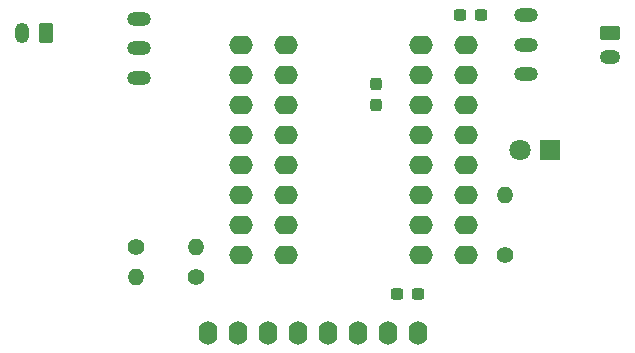
<source format=gts>
G04 #@! TF.GenerationSoftware,KiCad,Pcbnew,9.0.0*
G04 #@! TF.CreationDate,2025-04-09T20:43:05+09:00*
G04 #@! TF.ProjectId,2_wheels_mini_Motor_inverted_Pendulum,325f7768-6565-46c7-935f-6d696e695f4d,rev?*
G04 #@! TF.SameCoordinates,Original*
G04 #@! TF.FileFunction,Soldermask,Top*
G04 #@! TF.FilePolarity,Negative*
%FSLAX46Y46*%
G04 Gerber Fmt 4.6, Leading zero omitted, Abs format (unit mm)*
G04 Created by KiCad (PCBNEW 9.0.0) date 2025-04-09 20:43:05*
%MOMM*%
%LPD*%
G01*
G04 APERTURE LIST*
G04 Aperture macros list*
%AMRoundRect*
0 Rectangle with rounded corners*
0 $1 Rounding radius*
0 $2 $3 $4 $5 $6 $7 $8 $9 X,Y pos of 4 corners*
0 Add a 4 corners polygon primitive as box body*
4,1,4,$2,$3,$4,$5,$6,$7,$8,$9,$2,$3,0*
0 Add four circle primitives for the rounded corners*
1,1,$1+$1,$2,$3*
1,1,$1+$1,$4,$5*
1,1,$1+$1,$6,$7*
1,1,$1+$1,$8,$9*
0 Add four rect primitives between the rounded corners*
20,1,$1+$1,$2,$3,$4,$5,0*
20,1,$1+$1,$4,$5,$6,$7,0*
20,1,$1+$1,$6,$7,$8,$9,0*
20,1,$1+$1,$8,$9,$2,$3,0*%
G04 Aperture macros list end*
%ADD10O,1.600000X2.000000*%
%ADD11RoundRect,0.237500X0.237500X-0.300000X0.237500X0.300000X-0.237500X0.300000X-0.237500X-0.300000X0*%
%ADD12C,1.400000*%
%ADD13O,1.400000X1.400000*%
%ADD14O,2.000000X1.200000*%
%ADD15RoundRect,0.237500X0.300000X0.237500X-0.300000X0.237500X-0.300000X-0.237500X0.300000X-0.237500X0*%
%ADD16RoundRect,0.250000X-0.625000X0.350000X-0.625000X-0.350000X0.625000X-0.350000X0.625000X0.350000X0*%
%ADD17O,1.750000X1.200000*%
%ADD18RoundRect,0.237500X-0.300000X-0.237500X0.300000X-0.237500X0.300000X0.237500X-0.300000X0.237500X0*%
%ADD19O,2.000000X1.600000*%
%ADD20R,1.800000X1.800000*%
%ADD21C,1.800000*%
%ADD22RoundRect,0.250000X0.350000X0.625000X-0.350000X0.625000X-0.350000X-0.625000X0.350000X-0.625000X0*%
%ADD23O,1.200000X1.750000*%
G04 APERTURE END LIST*
D10*
G04 #@! TO.C,IC4*
X148636000Y-111204000D03*
X146096000Y-111204000D03*
X143556000Y-111204000D03*
X141016000Y-111204000D03*
X138476000Y-111204000D03*
X135936000Y-111204000D03*
X133396000Y-111204000D03*
X130856000Y-111204000D03*
G04 #@! TD*
D11*
G04 #@! TO.C,C2*
X145080000Y-91900000D03*
X145080000Y-90175000D03*
G04 #@! TD*
D12*
G04 #@! TO.C,R1*
X124760000Y-103965000D03*
D13*
X129840000Y-103965000D03*
G04 #@! TD*
D14*
G04 #@! TO.C,SW2*
X157780000Y-84320000D03*
X157780000Y-86820000D03*
X157780000Y-89320000D03*
G04 #@! TD*
G04 #@! TO.C,SW1*
X125014000Y-89614000D03*
X125014000Y-87114000D03*
X125014000Y-84614000D03*
G04 #@! TD*
D15*
G04 #@! TO.C,C5*
X148636000Y-107902000D03*
X146911000Y-107902000D03*
G04 #@! TD*
D16*
G04 #@! TO.C,CN2*
X164892000Y-85836000D03*
D17*
X164892000Y-87836000D03*
G04 #@! TD*
D12*
G04 #@! TO.C,R2*
X129840000Y-106505000D03*
D13*
X124760000Y-106505000D03*
G04 #@! TD*
D12*
G04 #@! TO.C,R3*
X156002000Y-104600000D03*
D13*
X156002000Y-99520000D03*
G04 #@! TD*
D18*
G04 #@! TO.C,C4*
X152245000Y-84280000D03*
X153970000Y-84280000D03*
G04 #@! TD*
D19*
G04 #@! TO.C,IC2*
X133650000Y-86820000D03*
X133650000Y-89360000D03*
X133650000Y-91900000D03*
X133650000Y-94440000D03*
X133650000Y-96980000D03*
X133650000Y-99520000D03*
X133650000Y-102060000D03*
X133650000Y-104600000D03*
X148890000Y-104600000D03*
X148890000Y-102060000D03*
X148890000Y-99520000D03*
X148890000Y-96980000D03*
X148890000Y-94440000D03*
X148890000Y-91900000D03*
X148890000Y-89360000D03*
X148890000Y-86820000D03*
G04 #@! TD*
D20*
G04 #@! TO.C,D1*
X159812000Y-95710000D03*
D21*
X157272000Y-95710000D03*
G04 #@! TD*
D22*
G04 #@! TO.C,CN1*
X117140000Y-85836000D03*
D23*
X115140000Y-85836000D03*
G04 #@! TD*
D19*
G04 #@! TO.C,IC3*
X152700000Y-86820000D03*
X152700000Y-89360000D03*
X152700000Y-91900000D03*
X152700000Y-94440000D03*
X152700000Y-96980000D03*
X152700000Y-99520000D03*
X152700000Y-102060000D03*
X152700000Y-104600000D03*
X137460000Y-104600000D03*
X137460000Y-102060000D03*
X137460000Y-99520000D03*
X137460000Y-96980000D03*
X137460000Y-94440000D03*
X137460000Y-91900000D03*
X137460000Y-89360000D03*
X137460000Y-86820000D03*
G04 #@! TD*
M02*

</source>
